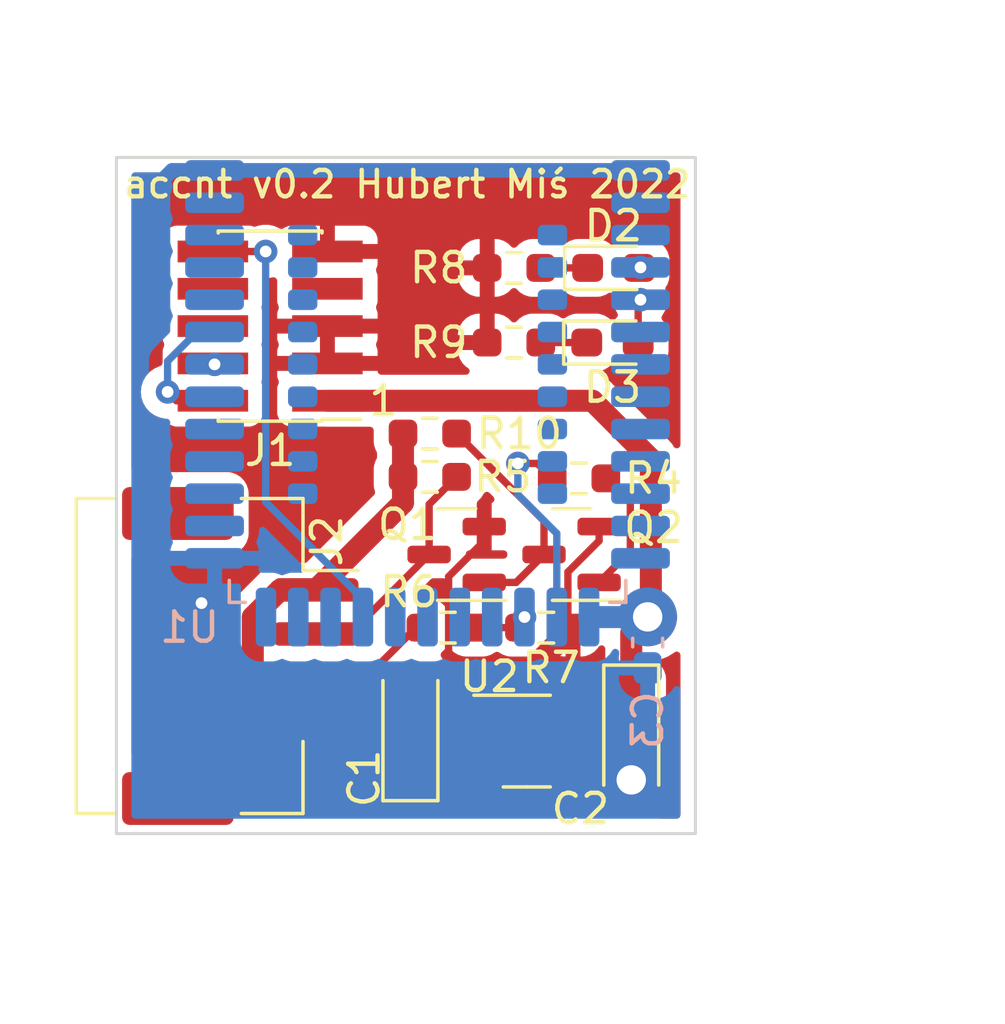
<source format=kicad_pcb>
(kicad_pcb (version 20211014) (generator pcbnew)
  (layers (0 "F.Cu" signal) (31 "B.Cu" signal) (34 "B.Paste" user) (35 "F.Paste" user) (36 "B.SilkS" user "B.Silkscreen") (37 "F.SilkS" user "F.Silkscreen") (38 "B.Mask" user) (39 "F.Mask" user) (44 "Edge.Cuts" user))
  (net 0 "")
  (net 1 "+5V")
  (net 2 "GND")
  (net 3 "VDD")
  (net 4 "Net-(D2-Pad1)")
  (net 5 "/LED_G")
  (net 6 "Net-(D3-Pad1)")
  (net 7 "/LED_R")
  (net 8 "/SWDIO")
  (net 9 "/SWDCLK")
  (net 13 "/nRESET")
  (net 14 "TX")
  (net 15 "RX")
  (net 16 "Net-(R4-Pad2)")
  (net 17 "/UART_TX")
  (net 18 "/UART_RX")
  (net 64 "Net-(Q2-Pad3)")
  (footprint "Resistor_SMD:R_0603_1608Metric_Pad0.98x0.95mm_HandSolder" (layer "F.Cu") (at 64.8716 57.404)
    (fp_text reference "R5" (at 2.4892 0) (layer "F.SilkS"))
    (fp_text value "2k2")
    (fp_line (start -0.254724 -0.5225) (end 0.254724 -0.5225) (layer "F.SilkS") (width 0.12))
    (fp_line (start -0.254724 0.5225) (end 0.254724 0.5225) (layer "F.SilkS") (width 0.12))
    (pad "1" smd roundrect locked (at -0.9125 0) (size 0.975 0.95) (layers "F.Cu" "F.Paste" "F.Mask") (net 1 "+5V"))
    (pad "2" smd roundrect locked (at 0.9125 0) (size 0.975 0.95) (layers "F.Cu" "F.Paste" "F.Mask") (net 14 "TX"))
  )
  (footprint "Package_TO_SOT_SMD:SOT-23-5" (layer "F.Cu") (at 68.1736 66.3956)
    (fp_text reference "U2" (at -1.2736 -2.1956) (layer "F.SilkS"))
    (fp_text value "MIC5365-3.3YD5")
    (fp_line (start 0 -1.56) (end -1.8 -1.56) (layer "F.SilkS") (width 0.12))
    (fp_line (start 0 -1.56) (end 0.8 -1.56) (layer "F.SilkS") (width 0.12))
    (fp_line (start 0 1.56) (end 0.8 1.56) (layer "F.SilkS") (width 0.12))
    (fp_line (start 0 1.56) (end -0.8 1.56) (layer "F.SilkS") (width 0.12))
    (pad "1" smd roundrect locked (at -1.1375 -0.95) (size 1.325 0.6) (layers "F.Cu" "F.Paste" "F.Mask") (net 1 "+5V"))
    (pad "2" smd roundrect locked (at -1.1375 0) (size 1.325 0.6) (layers "F.Cu" "F.Paste" "F.Mask") (net 2 "GND"))
    (pad "3" smd roundrect locked (at -1.1375 0.95) (size 1.325 0.6) (layers "F.Cu" "F.Paste" "F.Mask") (net 1 "+5V"))
    (pad "4" smd roundrect locked (at 1.1375 0.95) (size 1.325 0.6) (layers "F.Cu" "F.Paste" "F.Mask"))
    (pad "5" smd roundrect locked (at 1.1375 -0.95) (size 1.325 0.6) (layers "F.Cu" "F.Paste" "F.Mask") (net 3 "VDD"))
  )
  (footprint "Resistor_SMD:R_0603_1608Metric_Pad0.98x0.95mm_HandSolder" (layer "F.Cu") (at 67.7372 52.832 180)
    (fp_text reference "R9" (at 2.5608 0) (layer "F.SilkS"))
    (fp_text value "100")
    (fp_line (start -0.254724 0.5225) (end 0.254724 0.5225) (layer "F.SilkS") (width 0.12))
    (fp_line (start -0.254724 -0.5225) (end 0.254724 -0.5225) (layer "F.SilkS") (width 0.12))
    (pad "1" smd roundrect locked (at -0.9125 0 180) (size 0.975 0.95) (layers "F.Cu" "F.Paste" "F.Mask") (net 6 "Net-(D3-Pad1)"))
    (pad "2" smd roundrect locked (at 0.9125 0 180) (size 0.975 0.95) (layers "F.Cu" "F.Paste" "F.Mask") (net 2 "GND"))
  )
  (footprint "Connector_JST:JST_ZE_SM04B-ZESS-TB_1x04-1MP_P1.50mm_Horizontal" (layer "F.Cu") (at 58.42 63.5 -90)
    (fp_text reference "J2" (at -3.9116 -2.9464 90) (layer "F.SilkS"))
    (fp_text value "Conn_01x04_Male")
    (fp_line (start 5.36 5.585) (end 5.36 4.285) (layer "F.SilkS") (width 0.12))
    (fp_line (start 5.36 -2.135) (end 2.91 -2.135) (layer "F.SilkS") (width 0.12))
    (fp_line (start -5.36 -0.035) (end -5.36 -2.135) (layer "F.SilkS") (width 0.12))
    (fp_line (start -2.91 -2.135) (end -2.91 -4.025) (layer "F.SilkS") (width 0.12))
    (fp_line (start -5.36 5.585) (end 5.36 5.585) (layer "F.SilkS") (width 0.12))
    (fp_line (start -5.36 4.285) (end -5.36 5.585) (layer "F.SilkS") (width 0.12))
    (fp_line (start 5.36 -0.035) (end 5.36 -2.135) (layer "F.SilkS") (width 0.12))
    (fp_line (start -5.36 -2.135) (end -2.91 -2.135) (layer "F.SilkS") (width 0.12))
    (pad "1" smd roundrect locked (at -2.25 -2.575 270) (size 0.8 2.9) (layers "F.Cu" "F.Paste" "F.Mask") (net 1 "+5V"))
    (pad "2" smd roundrect locked (at -0.75 -2.575 270) (size 0.8 2.9) (layers "F.Cu" "F.Paste" "F.Mask") (net 14 "TX"))
    (pad "3" smd roundrect locked (at 0.75 -2.575 270) (size 0.8 2.9) (layers "F.Cu" "F.Paste" "F.Mask") (net 15 "RX"))
    (pad "4" smd roundrect locked (at 2.25 -2.575 270) (size 0.8 2.9) (layers "F.Cu" "F.Paste" "F.Mask") (net 2 "GND"))
    (pad "MP" smd roundrect locked (at 4.85 2.125 270) (size 1.8 3.8) (layers "F.Cu" "F.Paste" "F.Mask") (roundrect_rratio 0.1388888889))
    (pad "MP" smd roundrect locked (at -4.85 2.125 270) (size 1.8 3.8) (layers "F.Cu" "F.Paste" "F.Mask") (roundrect_rratio 0.1388888889))
  )
  (footprint "Resistor_SMD:R_0603_1608Metric_Pad0.98x0.95mm_HandSolder" (layer "F.Cu") (at 69.9516 57.4548)
    (fp_text reference "R4" (at 2.54 0) (layer "F.SilkS"))
    (fp_text value "100")
    (fp_line (start -0.254724 -0.5225) (end 0.254724 -0.5225) (layer "F.SilkS") (width 0.12))
    (fp_line (start -0.254724 0.5225) (end 0.254724 0.5225) (layer "F.SilkS") (width 0.12))
    (pad "1" smd roundrect locked (at -0.9125 0) (size 0.975 0.95) (layers "F.Cu" "F.Paste" "F.Mask") (net 17 "/UART_TX"))
    (pad "2" smd roundrect locked (at 0.9125 0) (size 0.975 0.95) (layers "F.Cu" "F.Paste" "F.Mask") (net 16 "Net-(R4-Pad2)"))
  )
  (footprint "Capacitor_Tantalum_SMD:CP_EIA-3216-18_Kemet-A_Pad1.58x1.35mm_HandSolder" (layer "F.Cu") (at 64.2112 65.9384 90)
    (fp_text reference "C1" (at -1.7272 -1.5748 90) (layer "F.SilkS"))
    (fp_text value "1u")
    (fp_line (start -2.485 -0.935) (end -2.485 0.935) (layer "F.SilkS") (width 0.12))
    (fp_line (start -2.485 0.935) (end 1.6 0.935) (layer "F.SilkS") (width 0.12))
    (fp_line (start 1.6 -0.935) (end -2.485 -0.935) (layer "F.SilkS") (width 0.12))
    (pad "1" smd roundrect locked (at -1.4375 0 90) (size 1.575 1.35) (layers "F.Cu" "F.Paste" "F.Mask") (roundrect_rratio 0.1851851852) (net 1 "+5V"))
    (pad "2" smd roundrect locked (at 1.4375 0 90) (size 1.575 1.35) (layers "F.Cu" "F.Paste" "F.Mask") (roundrect_rratio 0.1851851852) (net 2 "GND"))
  )
  (footprint "LED_SMD:LED_0603_1608Metric_Pad1.05x0.95mm_HandSolder" (layer "F.Cu") (at 71.09 52.832)
    (fp_text reference "D3" (at 0 1.524) (layer "F.SilkS"))
    (fp_text value "LED")
    (fp_line (start -1.66 0.735) (end 0.8 0.735) (layer "F.SilkS") (width 0.12))
    (fp_line (start 0.8 -0.735) (end -1.66 -0.735) (layer "F.SilkS") (width 0.12))
    (fp_line (start -1.66 -0.735) (end -1.66 0.735) (layer "F.SilkS") (width 0.12))
    (pad "1" smd roundrect locked (at -0.875 0) (size 1.05 0.95) (layers "F.Cu" "F.Paste" "F.Mask") (net 6 "Net-(D3-Pad1)"))
    (pad "2" smd roundrect locked (at 0.875 0) (size 1.05 0.95) (layers "F.Cu" "F.Paste" "F.Mask") (net 7 "/LED_R"))
  )
  (footprint "Resistor_SMD:R_0603_1608Metric_Pad0.98x0.95mm_HandSolder" (layer "F.Cu") (at 65.4812 62.5348)
    (fp_text reference "R6" (at -1.3208 -1.2192) (layer "F.SilkS"))
    (fp_text value "2k2")
    (fp_line (start -0.254724 -0.5225) (end 0.254724 -0.5225) (layer "F.SilkS") (width 0.12))
    (fp_line (start -0.254724 0.5225) (end 0.254724 0.5225) (layer "F.SilkS") (width 0.12))
    (pad "1" smd roundrect locked (at -0.9125 0) (size 0.975 0.95) (layers "F.Cu" "F.Paste" "F.Mask") (net 15 "RX"))
    (pad "2" smd roundrect locked (at 0.9125 0) (size 0.975 0.95) (layers "F.Cu" "F.Paste" "F.Mask") (net 18 "/UART_RX"))
  )
  (footprint "Connector_PinHeader_1.27mm:PinHeader_2x05_P1.27mm_Vertical_SMD" (layer "F.Cu") (at 59.436 52.2732 180)
    (fp_text reference "J1" (at 0 -4.235) (layer "F.SilkS"))
    (fp_text value "Conn_ARM_JTAG_SWD_10")
    (fp_line (start -3.09 -3.17) (end -1.765 -3.17) (layer "F.SilkS") (width 0.12))
    (fp_line (start -1.765 3.17) (end -1.765 3.235) (layer "F.SilkS") (width 0.12))
    (fp_line (start -1.765 -3.235) (end -1.765 -3.17) (layer "F.SilkS") (width 0.12))
    (fp_line (start -1.765 -3.235) (end 1.765 -3.235) (layer "F.SilkS") (width 0.12))
    (fp_line (start 1.765 3.17) (end 1.765 3.235) (layer "F.SilkS") (width 0.12))
    (fp_line (start 1.765 -3.235) (end 1.765 -3.17) (layer "F.SilkS") (width 0.12))
    (fp_line (start -1.765 3.235) (end 1.765 3.235) (layer "F.SilkS") (width 0.12))
    (pad "1" smd rect locked (at -1.95 -2.54 180) (size 2.4 0.74) (layers "F.Cu" "F.Paste" "F.Mask") (net 3 "VDD"))
    (pad "2" smd rect locked (at 1.95 -2.54 180) (size 2.4 0.74) (layers "F.Cu" "F.Paste" "F.Mask") (net 8 "/SWDIO"))
    (pad "3" smd rect locked (at -1.95 -1.27 180) (size 2.4 0.74) (layers "F.Cu" "F.Paste" "F.Mask") (net 2 "GND"))
    (pad "4" smd rect locked (at 1.95 -1.27 180) (size 2.4 0.74) (layers "F.Cu" "F.Paste" "F.Mask") (net 9 "/SWDCLK"))
    (pad "5" smd rect locked (at -1.95 0 180) (size 2.4 0.74) (layers "F.Cu" "F.Paste" "F.Mask") (net 2 "GND"))
    (pad "6" smd rect locked (at 1.95 0 180) (size 2.4 0.74) (layers "F.Cu" "F.Paste" "F.Mask"))
    (pad "7" smd rect locked (at -1.95 1.27 180) (size 2.4 0.74) (layers "F.Cu" "F.Paste" "F.Mask"))
    (pad "8" smd rect locked (at 1.95 1.27 180) (size 2.4 0.74) (layers "F.Cu" "F.Paste" "F.Mask"))
    (pad "9" smd rect locked (at -1.95 2.54 180) (size 2.4 0.74) (layers "F.Cu" "F.Paste" "F.Mask") (net 2 "GND"))
    (pad "10" smd rect locked (at 1.95 2.54 180) (size 2.4 0.74) (layers "F.Cu" "F.Paste" "F.Mask") (net 13 "/nRESET"))
  )
  (footprint "Capacitor_Tantalum_SMD:CP_EIA-3216-18_Kemet-A_Pad1.58x1.35mm_HandSolder" (layer "F.Cu") (at 71.7296 66.294 -90)
    (fp_text reference "C2" (at 2.406 1.7296 180) (layer "F.SilkS"))
    (fp_text value "1u")
    (fp_line (start -2.485 0.935) (end 1.6 0.935) (layer "F.SilkS") (width 0.12))
    (fp_line (start -2.485 -0.935) (end -2.485 0.935) (layer "F.SilkS") (width 0.12))
    (fp_line (start 1.6 -0.935) (end -2.485 -0.935) (layer "F.SilkS") (width 0.12))
    (pad "1" smd roundrect locked (at -1.4375 0 270) (size 1.575 1.35) (layers "F.Cu" "F.Paste" "F.Mask") (roundrect_rratio 0.1851851852) (net 3 "VDD"))
    (pad "2" smd roundrect locked (at 1.4375 0 270) (size 1.575 1.35) (layers "F.Cu" "F.Paste" "F.Mask") (roundrect_rratio 0.1851851852) (net 2 "GND"))
  )
  (footprint "Resistor_SMD:R_0603_1608Metric_Pad0.98x0.95mm_HandSolder" (layer "F.Cu") (at 68.834 62.5348)
    (fp_text reference "R7" (at 0.166 1.3652) (layer "F.SilkS"))
    (fp_text value "3k3")
    (fp_line (start -0.254724 -0.5225) (end 0.254724 -0.5225) (layer "F.SilkS") (width 0.12))
    (fp_line (start -0.254724 0.5225) (end 0.254724 0.5225) (layer "F.SilkS") (width 0.12))
    (pad "1" smd roundrect locked (at -0.9125 0) (size 0.975 0.95) (layers "F.Cu" "F.Paste" "F.Mask") (net 18 "/UART_RX"))
    (pad "2" smd roundrect locked (at 0.9125 0) (size 0.975 0.95) (layers "F.Cu" "F.Paste" "F.Mask") (net 2 "GND"))
  )
  (footprint "LED_SMD:LED_0603_1608Metric_Pad1.05x0.95mm_HandSolder" (layer "F.Cu") (at 71.12 50.292)
    (fp_text reference "D2" (at 0 -1.43) (layer "F.SilkS"))
    (fp_text value "LED")
    (fp_line (start 0.8 -0.735) (end -1.66 -0.735) (layer "F.SilkS") (width 0.12))
    (fp_line (start -1.66 0.735) (end 0.8 0.735) (layer "F.SilkS") (width 0.12))
    (fp_line (start -1.66 -0.735) (end -1.66 0.735) (layer "F.SilkS") (width 0.12))
    (pad "1" smd roundrect locked (at -0.875 0) (size 1.05 0.95) (layers "F.Cu" "F.Paste" "F.Mask") (net 4 "Net-(D2-Pad1)"))
    (pad "2" smd roundrect locked (at 0.875 0) (size 1.05 0.95) (layers "F.Cu" "F.Paste" "F.Mask") (net 5 "/LED_G"))
  )
  (footprint "Package_TO_SOT_SMD:SOT-23" (layer "F.Cu") (at 69.6976 60.0456 180)
    (fp_text reference "Q2" (at -2.794 0.9144) (layer "F.SilkS"))
    (fp_text value "2N7002E")
    (fp_line (start 0 -1.56) (end 0.65 -1.56) (layer "F.SilkS") (width 0.12))
    (fp_line (start 0 -1.56) (end -1.675 -1.56) (layer "F.SilkS") (width 0.12))
    (fp_line (start 0 1.56) (end -0.65 1.56) (layer "F.SilkS") (width 0.12))
    (fp_line (start 0 1.56) (end 0.65 1.56) (layer "F.SilkS") (width 0.12))
    (pad "1" smd roundrect (at -0.9375 -0.95 180) (size 1.475 0.6) (layers "F.Cu" "F.Paste" "F.Mask") (net 16 "Net-(R4-Pad2)"))
    (pad "2" smd roundrect (at -0.9375 0.95 180) (size 1.475 0.6) (layers "F.Cu" "F.Paste" "F.Mask") (net 2 "GND"))
    (pad "3" smd roundrect (at 0.9375 0 180) (size 1.475 0.6) (layers "F.Cu" "F.Paste" "F.Mask") (net 64 "Net-(Q2-Pad3)"))
  )
  (footprint "Resistor_SMD:R_0603_1608Metric_Pad0.98x0.95mm_HandSolder" (layer "F.Cu") (at 67.7372 50.292 180)
    (fp_text reference "R8" (at 2.5608 0) (layer "F.SilkS"))
    (fp_text value "100")
    (fp_line (start -0.254724 -0.5225) (end 0.254724 -0.5225) (layer "F.SilkS") (width 0.12))
    (fp_line (start -0.254724 0.5225) (end 0.254724 0.5225) (layer "F.SilkS") (width 0.12))
    (pad "1" smd roundrect locked (at -0.9125 0 180) (size 0.975 0.95) (layers "F.Cu" "F.Paste" "F.Mask") (net 4 "Net-(D2-Pad1)"))
    (pad "2" smd roundrect locked (at 0.9125 0 180) (size 0.975 0.95) (layers "F.Cu" "F.Paste" "F.Mask") (net 2 "GND"))
  )
  (footprint "Resistor_SMD:R_0603_1608Metric_Pad0.98x0.95mm_HandSolder" (layer "F.Cu") (at 64.8716 55.9308)
    (fp_text reference "R10" (at 3.048 0) (layer "F.SilkS"))
    (fp_text value "2k2")
    (fp_line (start -0.254724 0.5225) (end 0.254724 0.5225) (layer "F.SilkS") (width 0.12))
    (fp_line (start -0.254724 -0.5225) (end 0.254724 -0.5225) (layer "F.SilkS") (width 0.12))
    (pad "1" smd roundrect (at -0.9125 0) (size 0.975 0.95) (layers "F.Cu" "F.Paste" "F.Mask") (net 1 "+5V"))
    (pad "2" smd roundrect (at 0.9125 0) (size 0.975 0.95) (layers "F.Cu" "F.Paste" "F.Mask") (net 64 "Net-(Q2-Pad3)"))
  )
  (footprint "Package_TO_SOT_SMD:SOT-23" (layer "F.Cu") (at 65.786 60.0456 180)
    (fp_text reference "Q1" (at 1.6764 1.016) (layer "F.SilkS"))
    (fp_text value "2N7002E")
    (fp_line (start 0 1.56) (end 0.65 1.56) (layer "F.SilkS") (width 0.12))
    (fp_line (start 0 -1.56) (end 0.65 -1.56) (layer "F.SilkS") (width 0.12))
    (fp_line (start 0 1.56) (end -0.65 1.56) (layer "F.SilkS") (width 0.12))
    (fp_line (start 0 -1.56) (end -1.675 -1.56) (layer "F.SilkS") (width 0.12))
    (pad "1" smd roundrect locked (at -0.9375 -0.95 180) (size 1.475 0.6) (layers "F.Cu" "F.Paste" "F.Mask") (net 64 "Net-(Q2-Pad3)"))
    (pad "2" smd roundrect locked (at -0.9375 0.95 180) (size 1.475 0.6) (layers "F.Cu" "F.Paste" "F.Mask") (net 2 "GND"))
    (pad "3" smd roundrect locked (at 0.9375 0 180) (size 1.475 0.6) (layers "F.Cu" "F.Paste" "F.Mask") (net 14 "TX"))
  )
  (footprint "holyiot:Holyiot-18010" (layer "B.Cu") (at 64.795 43.675 180)
    (fp_text reference "U1" (at 8.1 -18.85 unlocked) (layer "B.SilkS") (effects (justify mirror)))
    (fp_text value "Holyiot-18010")
    (fp_line (start -6.75 -18) (end -6.75 -17.25) (layer "B.SilkS") (width 0.12))
    (fp_line (start 6.75 -18) (end 6.75 -17.25) (layer "B.SilkS") (width 0.12))
    (fp_line (start 6.75 -18) (end 6.2 -18) (layer "B.SilkS") (width 0.12))
    (fp_line (start -6.75 -18) (end -6.2 -18) (layer "B.SilkS") (width 0.12))
    (pad "1" smd roundrect (at -7.25 -3.3 180) (size 2 0.7) (layers "B.Cu" "B.Paste" "B.Mask") (net 2 "GND"))
    (pad "2" smd roundrect (at -7.25 -4.4 180) (size 2 0.7) (layers "B.Cu" "B.Paste" "B.Mask"))
    (pad "3" smd roundrect (at -7.25 -5.5 180) (size 2 0.7) (layers "B.Cu" "B.Paste" "B.Mask"))
    (pad "4" smd roundrect (at -7.25 -6.6 180) (size 2 0.7) (layers "B.Cu" "B.Paste" "B.Mask") (net 5 "/LED_G"))
    (pad "5" smd roundrect (at -7.25 -7.7 180) (size 2 0.7) (layers "B.Cu" "B.Paste" "B.Mask") (net 7 "/LED_R"))
    (pad "6" smd roundrect (at -7.25 -8.8 180) (size 2 0.7) (layers "B.Cu" "B.Paste" "B.Mask"))
    (pad "7" smd roundrect (at -7.25 -9.9 180) (size 2 0.7) (layers "B.Cu" "B.Paste" "B.Mask"))
    (pad "8" smd roundrect (at -7.25 -11 180) (size 2 0.7) (layers "B.Cu" "B.Paste" "B.Mask"))
    (pad "9" smd roundrect (at -7.25 -12.1 180) (size 2 0.7) (layers "B.Cu" "B.Paste" "B.Mask"))
    (pad "10" smd roundrect (at -7.25 -13.2 180) (size 2 0.7) (layers "B.Cu" "B.Paste" "B.Mask"))
    (pad "11" smd roundrect (at -7.25 -14.3 180) (size 2 0.7) (layers "B.Cu" "B.Paste" "B.Mask"))
    (pad "12" smd roundrect (at -7.25 -15.4 180) (size 2 0.7) (layers "B.Cu" "B.Paste" "B.Mask"))
    (pad "13" smd roundrect (at -7.25 -16.5 180) (size 2 0.7) (layers "B.Cu" "B.Paste" "B.Mask"))
    (pad "14" smd roundrect (at -5.5 -18.5 90) (size 2 0.7) (layers "B.Cu" "B.Paste" "B.Mask") (net 3 "VDD"))
    (pad "15" smd roundrect (at -4.4 -18.5 90) (size 2 0.7) (layers "B.Cu" "B.Paste" "B.Mask") (net 17 "/UART_TX"))
    (pad "16" smd roundrect (at -3.3 -18.5 90) (size 2 0.7) (layers "B.Cu" "B.Paste" "B.Mask") (net 18 "/UART_RX"))
    (pad "17" smd roundrect (at -2.2 -18.5 90) (size 2 0.7) (layers "B.Cu" "B.Paste" "B.Mask"))
    (pad "18" smd roundrect (at -1.1 -18.5 90) (size 2 0.7) (layers "B.Cu" "B.Paste" "B.Mask"))
    (pad "19" smd roundrect (at 0 -18.5 90) (size 2 0.7) (layers "B.Cu" "B.Paste" "B.Mask"))
    (pad "20" smd roundrect (at 1.1 -18.5 90) (size 2 0.7) (layers "B.Cu" "B.Paste" "B.Mask"))
    (pad "21" smd roundrect (at 2.2 -18.5 90) (size 2 0.7) (layers "B.Cu" "B.Paste" "B.Mask") (net 13 "/nRESET"))
    (pad "22" smd roundrect (at 3.3 -18.5 90) (size 2 0.7) (layers "B.Cu" "B.Paste" "B.Mask"))
    (pad "23" smd roundrect (at 4.4 -18.5 90) (size 2 0.7) (layers "B.Cu" "B.Paste" "B.Mask"))
    (pad "24" smd roundrect (at 5.5 -18.5 90) (size 2 0.7) (layers "B.Cu" "B.Paste" "B.Mask"))
    (pad "25" smd roundrect (at 7.25 -16.5 180) (size 2 0.7) (layers "B.Cu" "B.Paste" "B.Mask") (net 2 "GND"))
    (pad "26" smd roundrect (at 7.25 -15.4 180) (size 2 0.7) (layers "B.Cu" "B.Paste" "B.Mask"))
    (pad "27" smd roundrect (at 7.25 -14.3 180) (size 2 0.7) (layers "B.Cu" "B.Paste" "B.Mask"))
    (pad "28" smd roundrect (at 7.25 -13.2 180) (size 2 0.7) (layers "B.Cu" "B.Paste" "B.Mask"))
    (pad "29" smd roundrect (at 7.25 -12.1 180) (size 2 0.7) (layers "B.Cu" "B.Paste" "B.Mask"))
    (pad "30" smd roundrect (at 7.25 -11 180) (size 2 0.7) (layers "B.Cu" "B.Paste" "B.Mask"))
    (pad "31" smd roundrect (at 7.25 -9.9 180) (size 2 0.7) (layers "B.Cu" "B.Paste" "B.Mask") (net 9 "/SWDCLK"))
    (pad "32" smd roundrect (at 7.25 -8.8 180) (size 2 0.7) (layers "B.Cu" "B.Paste" "B.Mask") (net 8 "/SWDIO"))
    (pad "33" smd roundrect (at 7.25 -7.7 180) (size 2 0.7) (layers "B.Cu" "B.Paste" "B.Mask"))
    (pad "34" smd roundrect (at 7.25 -6.6 180) (size 2 0.7) (layers "B.Cu" "B.Paste" "B.Mask"))
    (pad "35" smd roundrect (at 7.25 -5.5 180) (size 2 0.7) (layers "B.Cu" "B.Paste" "B.Mask"))
    (pad "36" smd roundrect (at 7.25 -4.4 180) (size 2 0.7) (layers "B.Cu" "B.Paste" "B.Mask"))
    (pad "37" smd roundrect (at 7.25 -3.3 180) (size 2 0.7) (layers "B.Cu" "B.Paste" "B.Mask") (net 2 "GND"))
    (pad "38" smd roundrect (at -4.25 -5.5 180) (size 1 0.7) (layers "B.Cu" "B.Paste" "B.Mask"))
    (pad "39" smd roundrect (at -4.25 -6.6 180) (size 1 0.7) (layers "B.Cu" "B.Paste" "B.Mask"))
    (pad "40" smd roundrect (at -4.25 -7.7 180) (size 1 0.7) (layers "B.Cu" "B.Paste" "B.Mask"))
    (pad "41" smd roundrect (at -4.25 -8.8 180) (size 1 0.7) (layers "B.Cu" "B.Paste" "B.Mask"))
    (pad "42" smd roundrect (at -4.25 -9.9 180) (size 1 0.7) (layers "B.Cu" "B.Paste" "B.Mask"))
    (pad "43" smd roundrect (at -4.25 -11 180) (size 1 0.7) (layers "B.Cu" "B.Paste" "B.Mask"))
    (pad "44" smd roundrect (at -4.25 -12.1 180) (size 1 0.7) (layers "B.Cu" "B.Paste" "B.Mask"))
    (pad "45" smd roundrect (at -4.25 -13.2 180) (size 1 0.7) (layers "B.Cu" "B.Paste" "B.Mask"))
    (pad "46" smd roundrect (at -4.25 -14.3 180) (size 1 0.7) (layers "B.Cu" "B.Paste" "B.Mask"))
    (pad "47" smd roundrect (at 4.25 -5.5 180) (size 1 0.7) (layers "B.Cu" "B.Paste" "B.Mask"))
    (pad "48" smd roundrect (at 4.25 -6.6 180) (size 1 0.7) (layers "B.Cu" "B.Paste" "B.Mask"))
    (pad "49" smd roundrect (at 4.25 -7.7 180) (size 1 0.7) (layers "B.Cu" "B.Paste" "B.Mask"))
    (pad "50" smd roundrect (at 4.25 -8.8 180) (size 1 0.7) (layers "B.Cu" "B.Paste" "B.Mask"))
    (pad "51" smd roundrect (at 4.25 -9.9 180) (size 1 0.7) (layers "B.Cu" "B.Paste" "B.Mask"))
    (pad "52" smd roundrect (at 4.25 -11 180) (size 1 0.7) (layers "B.Cu" "B.Paste" "B.Mask"))
    (pad "53" smd roundrect (at 4.25 -12.1 180) (size 1 0.7) (layers "B.Cu" "B.Paste" "B.Mask"))
    (pad "54" smd roundrect (at 4.25 -13.2 180) (size 1 0.7) (layers "B.Cu" "B.Paste" "B.Mask"))
    (pad "55" smd roundrect (at 4.25 -14.3 180) (size 1 0.7) (layers "B.Cu" "B.Paste" "B.Mask"))
    (zone (net 0) (net_name "") (layers *.Cu) (name "Antenna proximity") (connect_pads (clearance 0)) (min_thickness 0.254)
      (keepout (tracks not_allowed) (vias not_allowed) (pads not_allowed) (copperpour not_allowed) (footprints not_allowed))
      (fill (thermal_gap 0.508) (thermal_bridge_width 0.508))
      (polygon (pts (xy 53.045 46.475) (xy 76.545 46.475) (xy 76.545 41.175) (xy 53.045 41.175)))
    )
  )
  (footprint "Capacitor_SMD:C_0603_1608Metric_Pad1.08x0.95mm_HandSolder" (layer "B.Cu") (at 72.2884 63.0428 -90)
    (fp_text reference "C3" (at 2.6416 0 90) (layer "B.SilkS") (effects (justify mirror)))
    (fp_text value "100n")
    (fp_line (start -0.146267 -0.51) (end 0.146267 -0.51) (layer "B.SilkS") (width 0.12))
    (fp_line (start -0.146267 0.51) (end 0.146267 0.51) (layer "B.SilkS") (width 0.12))
    (pad "1" smd roundrect locked (at -0.8625 0 270) (size 1.075 0.95) (layers "B.Cu" "B.Paste" "B.Mask") (net 3 "VDD"))
    (pad "2" smd roundrect locked (at 0.8625 0 270) (size 1.075 0.95) (layers "B.Cu" "B.Paste" "B.Mask") (net 2 "GND"))
  )
  (gr_rect (start 54.2036 46.5328) (end 73.914 69.5452) (layer "Edge.Cuts") (width 0.1) (fill none))
  (gr_text "accnt v0.2 Hubert Miś 2022" (at 54.356 47.4472) (layer "F.SilkS") (effects (font (size 0.9 0.9)) (justify left)))
  (gr_text "1" (at 63.2968 54.8132) (layer "F.SilkS") (effects (font (size 1 1))))
  (segment (start 66.1415 65.4456) (end 64.2112 67.3759) (width 0.75) (layer "F.Cu") (net 1))
  (segment (start 58.84548 66.322593) (end 59.898787 67.3759) (width 0.75) (layer "F.Cu") (net 1))
  (segment (start 59.772887 61.25) (end 58.84548 62.177407) (width 0.75) (layer "F.Cu") (net 1))
  (segment (start 63.9591 58.2859) (end 60.995 61.25) (width 0.75) (layer "F.Cu") (net 1))
  (segment (start 63.9591 58.2859) (end 63.9591 57.404) (width 0.75) (layer "F.Cu") (net 1))
  (segment (start 63.9591 57.404) (end 63.9591 55.9308) (width 0.75) (layer "F.Cu") (net 1))
  (segment (start 64.2415 67.3456) (end 64.2112 67.3759) (width 0.75) (layer "F.Cu") (net 1))
  (segment (start 59.898787 67.3759) (end 64.2112 67.3759) (width 0.75) (layer "F.Cu") (net 1))
  (segment (start 67.0361 67.3456) (end 64.2415 67.3456) (width 0.75) (layer "F.Cu") (net 1))
  (segment (start 58.84548 62.177407) (end 58.84548 66.322593) (width 0.75) (layer "F.Cu") (net 1))
  (segment (start 67.0361 65.4456) (end 66.1415 65.4456) (width 0.75) (layer "F.Cu") (net 1))
  (segment (start 60.995 61.25) (end 59.772887 61.25) (width 0.75) (layer "F.Cu") (net 1))
  (segment (start 64.21602 64.49608) (end 65.51208 64.49608) (width 0.75) (layer "F.Cu") (net 2))
  (segment (start 62.9621 65.75) (end 64.2112 64.5009) (width 0.75) (layer "F.Cu") (net 2))
  (segment (start 67.78522 64.49608) (end 69.7465 62.5348) (width 0.75) (layer "F.Cu") (net 2))
  (segment (start 67.0361 66.3956) (end 68.1228 66.3956) (width 0.75) (layer "F.Cu") (net 2))
  (segment (start 65.51208 60.798448) (end 65.51208 64.49608) (width 0.25) (layer "F.Cu") (net 2))
  (segment (start 71.7296 67.7315) (end 71.7296 67.7164) (width 0.75) (layer "F.Cu") (net 2))
  (segment (start 70.6351 59.579172) (end 70.6351 59.0956) (width 0.25) (layer "F.Cu") (net 2))
  (segment (start 70.4088 66.3956) (end 71.7296 67.7164) (width 0.75) (layer "F.Cu") (net 2))
  (segment (start 65.51208 64.49608) (end 67.78522 64.49608) (width 0.75) (layer "F.Cu") (net 2))
  (segment (start 66.7235 59.587028) (end 65.51208 60.798448) (width 0.25) (layer "F.Cu") (net 2))
  (segment (start 68.14812 66.37028) (end 68.1228 66.3956) (width 0.5) (layer "F.Cu") (net 2))
  (segment (start 66.7235 59.0956) (end 66.7235 59.587028) (width 0.25) (layer "F.Cu") (net 2))
  (segment (start 69.57308 60.641192) (end 70.6351 59.579172) (width 0.25) (layer "F.Cu") (net 2))
  (segment (start 69.57308 62.36138) (end 69.57308 60.641192) (width 0.25) (layer "F.Cu") (net 2))
  (segment (start 68.14812 64.85898) (end 68.14812 66.37028) (width 0.5) (layer "F.Cu") (net 2))
  (segment (start 67.78522 64.49608) (end 68.14812 64.85898) (width 0.5) (layer "F.Cu") (net 2))
  (segment (start 60.995 65.75) (end 62.9621 65.75) (width 0.75) (layer "F.Cu") (net 2))
  (segment (start 64.2112 64.5009) (end 64.21602 64.49608) (width 0.75) (layer "F.Cu") (net 2))
  (segment (start 68.1228 66.3956) (end 70.4088 66.3956) (width 0.75) (layer "F.Cu") (net 2))
  (segment (start 69.7465 62.5348) (end 69.57308 62.36138) (width 0.25) (layer "F.Cu") (net 2))
  (via (at 57.1 61.7) (size 0.8) (drill 0.4) (layers "F.Cu" "B.Cu") (net 2))
  (via (at 71.7296 67.7164) (size 2) (drill 1) (layers "F.Cu" "B.Cu") (net 2))
  (segment (start 57.545 61.255) (end 57.1 61.7) (width 0.5) (layer "B.Cu") (net 2))
  (segment (start 57.545 60.175) (end 57.545 61.255) (width 0.5) (layer "B.Cu") (net 2))
  (segment (start 72.045 46.975) (end 57.545 46.975) (width 0.5) (layer "B.Cu") (net 2))
  (segment (start 56.0982 46.975) (end 55.3212 47.752) (width 0.5) (layer "B.Cu") (net 2))
  (segment (start 57.545 46.975) (end 56.0982 46.975) (width 0.5) (layer "B.Cu") (net 2))
  (segment (start 71.7296 62.7271) (end 72.2884 62.1683) (width 0.75) (layer "F.Cu") (net 3))
  (segment (start 72.2884 62.1683) (end 72.39664 62.06006) (width 0.75) (layer "F.Cu") (net 3))
  (segment (start 70.4088 54.8132) (end 61.386 54.8132) (width 0.75) (layer "F.Cu") (net 3))
  (segment (start 72.39664 62.06006) (end 72.39664 56.80104) (width 0.75) (layer "F.Cu") (net 3))
  (segment (start 71.7296 64.8565) (end 71.7296 62.7271) (width 0.75) (layer "F.Cu") (net 3))
  (segment (start 72.39664 56.80104) (end 70.4088 54.8132) (width 0.75) (layer "F.Cu") (net 3))
  (segment (start 71.7296 64.8565) (end 69.9002 64.8565) (width 0.75) (layer "F.Cu") (net 3))
  (segment (start 69.9002 64.8565) (end 69.3111 65.4456) (width 0.75) (layer "F.Cu") (net 3))
  (via (at 72.2884 62.1683) (size 2) (drill 1) (layers "F.Cu" "B.Cu") (net 3))
  (segment (start 70.295 62.175) (end 72.2817 62.175) (width 0.75) (layer "B.Cu") (net 3))
  (segment (start 72.2817 62.175) (end 72.2884 62.1683) (width 0.75) (layer "B.Cu") (net 3))
  (segment (start 68.6497 50.292) (end 70.245 50.292) (width 0.25) (layer "F.Cu") (net 4))
  (segment (start 72.028 50.292) (end 72.045 50.275) (width 0.25) (layer "F.Cu") (net 5))
  (segment (start 71.995 50.292) (end 72.028 50.292) (width 0.25) (layer "F.Cu") (net 5))
  (via (at 72.045 50.275) (size 0.8) (drill 0.4) (layers "F.Cu" "B.Cu") (net 5))
  (segment (start 68.6497 52.832) (end 70.215 52.832) (width 0.25) (layer "F.Cu") (net 6))
  (segment (start 71.965 51.455) (end 72.045 51.375) (width 0.25) (layer "F.Cu") (net 7))
  (segment (start 71.965 52.832) (end 71.965 51.455) (width 0.25) (layer "F.Cu") (net 7))
  (via (at 72.045 51.375) (size 0.8) (drill 0.4) (layers "F.Cu" "B.Cu") (net 7))
  (segment (start 57.486 54.8132) (end 56.245998 54.8132) (width 0.25) (layer "F.Cu") (net 8))
  (segment (start 56.245998 54.8132) (end 55.9455 54.512702) (width 0.25) (layer "F.Cu") (net 8))
  (via (at 55.9455 54.512702) (size 0.8) (drill 0.4) (layers "F.Cu" "B.Cu") (net 8))
  (segment (start 57.545 52.475) (end 56.938573 52.475) (width 0.25) (layer "B.Cu") (net 8))
  (segment (start 55.9455 53.468073) (end 55.9455 54.512702) (width 0.25) (layer "B.Cu") (net 8))
  (segment (start 56.938573 52.475) (end 55.9455 53.468073) (width 0.25) (layer "B.Cu") (net 8))
  (segment (start 57.486 53.5432) (end 57.5132 53.5432) (width 0.25) (layer "F.Cu") (net 9))
  (segment (start 57.5132 53.5432) (end 57.545 53.575) (width 0.25) (layer "F.Cu") (net 9))
  (via (at 57.545 53.575) (size 0.8) (drill 0.4) (layers "F.Cu" "B.Cu") (net 9))
  (segment (start 57.486 49.7332) (end 59.2836 49.7332) (width 0.25) (layer "F.Cu") (net 13))
  (via (at 59.2836 49.7332) (size 0.8) (drill 0.4) (layers "F.Cu" "B.Cu") (net 13))
  (segment (start 62.595 61.568573) (end 62.595 62.175) (width 0.25) (layer "B.Cu") (net 13))
  (segment (start 59.2836 49.7332) (end 59.2836 58.257173) (width 0.25) (layer "B.Cu") (net 13))
  (segment (start 59.2836 58.257173) (end 62.595 61.568573) (width 0.25) (layer "B.Cu") (net 13))
  (segment (start 64.8485 58.3396) (end 65.7841 57.404) (width 0.25) (layer "F.Cu") (net 14))
  (segment (start 60.995 62.75) (end 62.1441 62.75) (width 0.25) (layer "F.Cu") (net 14))
  (segment (start 62.1441 62.75) (end 64.8485 60.0456) (width 0.25) (layer "F.Cu") (net 14))
  (segment (start 64.8485 60.0456) (end 64.8485 58.3396) (width 0.25) (layer "F.Cu") (net 14))
  (segment (start 64.402307 62.5348) (end 64.5687 62.5348) (width 0.25) (layer "F.Cu") (net 15))
  (segment (start 62.687107 64.25) (end 64.402307 62.5348) (width 0.25) (layer "F.Cu") (net 15))
  (segment (start 60.995 64.25) (end 62.687107 64.25) (width 0.25) (layer "F.Cu") (net 15))
  (segment (start 70.6351 60.9956) (end 71.69712 59.93358) (width 0.25) (layer "F.Cu") (net 16))
  (segment (start 71.69712 58.28782) (end 70.8641 57.4548) (width 0.25) (layer "F.Cu") (net 16))
  (segment (start 71.69712 59.93358) (end 71.69712 58.28782) (width 0.25) (layer "F.Cu") (net 16))
  (segment (start 68.5311 56.9468) (end 69.0391 57.4548) (width 0.25) (layer "F.Cu") (net 17))
  (segment (start 67.8688 56.9468) (end 68.5311 56.9468) (width 0.25) (layer "F.Cu") (net 17))
  (via (at 67.8688 56.9468) (size 0.8) (drill 0.4) (layers "F.Cu" "B.Cu") (net 17))
  (segment (start 69.195 62.175) (end 69.195 59.331427) (width 0.25) (layer "B.Cu") (net 17))
  (segment (start 67.8688 58.005227) (end 67.8688 56.9468) (width 0.25) (layer "B.Cu") (net 17))
  (segment (start 69.195 59.331427) (end 67.8688 58.005227) (width 0.25) (layer "B.Cu") (net 17))
  (segment (start 67.9215 62.5348) (end 67.9215 62.3485) (width 0.25) (layer "F.Cu") (net 18))
  (segment (start 67.9215 62.3485) (end 68.095 62.175) (width 0.25) (layer "F.Cu") (net 18))
  (segment (start 66.3937 62.5348) (end 67.9215 62.5348) (width 0.25) (layer "F.Cu") (net 18))
  (via (at 68.095 62.175) (size 0.8) (drill 0.4) (layers "F.Cu" "B.Cu") (net 18))
  (segment (start 67.8101 60.9956) (end 68.7601 60.0456) (width 0.25) (layer "F.Cu") (net 64))
  (segment (start 68.7601 60.0456) (end 68.7601 58.9068) (width 0.25) (layer "F.Cu") (net 64))
  (segment (start 68.7601 58.9068) (end 65.7841 55.9308) (width 0.25) (layer "F.Cu") (net 64))
  (segment (start 66.7235 60.9956) (end 67.8101 60.9956) (width 0.25) (layer "F.Cu") (net 64))
  (zone (net 2) (net_name "GND") (layers F&B.Cu) (connect_pads (clearance 0.508)) (min_thickness 0.254) (fill yes (thermal_gap 0.508) (thermal_bridge_width 0.508) (smoothing chamfer))
    (polygon (pts (xy 73.914 69.5452) (xy 54.2036 69.5452) (xy 54.2036 46.5328) (xy 73.914 46.5328)))
  )
)
</source>
